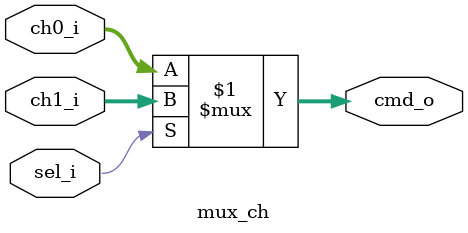
<source format=v>

module mux_ch #(
  parameter Width = 8
) (
  input               sel_i,
  input   [Width-1:0] ch0_i,
  input   [Width-1:0] ch1_i,
  output  [Width-1:0] cmd_o
);

  assign cmd_o = sel_i ? ch1_i : ch0_i;
endmodule
</source>
